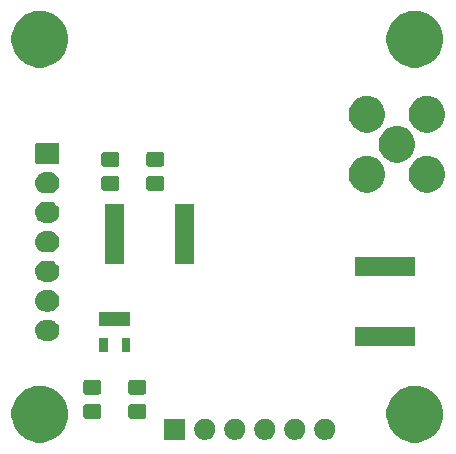
<source format=gbs>
G04 #@! TF.GenerationSoftware,KiCad,Pcbnew,(5.1.5)-3*
G04 #@! TF.CreationDate,2020-05-23T11:28:44-04:00*
G04 #@! TF.ProjectId,telemetry_breakout,74656c65-6d65-4747-9279-5f627265616b,rev?*
G04 #@! TF.SameCoordinates,Original*
G04 #@! TF.FileFunction,Soldermask,Bot*
G04 #@! TF.FilePolarity,Negative*
%FSLAX46Y46*%
G04 Gerber Fmt 4.6, Leading zero omitted, Abs format (unit mm)*
G04 Created by KiCad (PCBNEW (5.1.5)-3) date 2020-05-23 11:28:44*
%MOMM*%
%LPD*%
G04 APERTURE LIST*
%ADD10C,0.100000*%
G04 APERTURE END LIST*
D10*
G36*
X224623412Y-110675134D02*
G01*
X224855346Y-110721269D01*
X225292300Y-110902262D01*
X225685548Y-111165022D01*
X226019978Y-111499452D01*
X226282738Y-111892700D01*
X226463731Y-112329654D01*
X226483924Y-112431173D01*
X226556000Y-112793521D01*
X226556000Y-113266479D01*
X226543110Y-113331282D01*
X226463731Y-113730346D01*
X226282738Y-114167300D01*
X226019978Y-114560548D01*
X225685548Y-114894978D01*
X225292300Y-115157738D01*
X224855346Y-115338731D01*
X224623412Y-115384866D01*
X224391479Y-115431000D01*
X223918521Y-115431000D01*
X223686588Y-115384866D01*
X223454654Y-115338731D01*
X223017700Y-115157738D01*
X222624452Y-114894978D01*
X222290022Y-114560548D01*
X222027262Y-114167300D01*
X221846269Y-113730346D01*
X221766890Y-113331282D01*
X221754000Y-113266479D01*
X221754000Y-112793521D01*
X221826076Y-112431173D01*
X221846269Y-112329654D01*
X222027262Y-111892700D01*
X222290022Y-111499452D01*
X222624452Y-111165022D01*
X223017700Y-110902262D01*
X223454654Y-110721269D01*
X223686588Y-110675134D01*
X223918521Y-110629000D01*
X224391479Y-110629000D01*
X224623412Y-110675134D01*
G37*
G36*
X192873412Y-110675134D02*
G01*
X193105346Y-110721269D01*
X193542300Y-110902262D01*
X193935548Y-111165022D01*
X194269978Y-111499452D01*
X194532738Y-111892700D01*
X194713731Y-112329654D01*
X194733924Y-112431173D01*
X194806000Y-112793521D01*
X194806000Y-113266479D01*
X194793110Y-113331282D01*
X194713731Y-113730346D01*
X194532738Y-114167300D01*
X194269978Y-114560548D01*
X193935548Y-114894978D01*
X193542300Y-115157738D01*
X193105346Y-115338731D01*
X192873412Y-115384866D01*
X192641479Y-115431000D01*
X192168521Y-115431000D01*
X191936588Y-115384866D01*
X191704654Y-115338731D01*
X191267700Y-115157738D01*
X190874452Y-114894978D01*
X190540022Y-114560548D01*
X190277262Y-114167300D01*
X190096269Y-113730346D01*
X190016890Y-113331282D01*
X190004000Y-113266479D01*
X190004000Y-112793521D01*
X190076076Y-112431173D01*
X190096269Y-112329654D01*
X190277262Y-111892700D01*
X190540022Y-111499452D01*
X190874452Y-111165022D01*
X191267700Y-110902262D01*
X191704654Y-110721269D01*
X191936588Y-110675134D01*
X192168521Y-110629000D01*
X192641479Y-110629000D01*
X192873412Y-110675134D01*
G37*
G36*
X216648512Y-113403927D02*
G01*
X216797812Y-113433624D01*
X216961784Y-113501544D01*
X217109354Y-113600147D01*
X217234853Y-113725646D01*
X217333456Y-113873216D01*
X217401376Y-114037188D01*
X217436000Y-114211259D01*
X217436000Y-114388741D01*
X217401376Y-114562812D01*
X217333456Y-114726784D01*
X217234853Y-114874354D01*
X217109354Y-114999853D01*
X216961784Y-115098456D01*
X216797812Y-115166376D01*
X216648512Y-115196073D01*
X216623742Y-115201000D01*
X216446258Y-115201000D01*
X216421488Y-115196073D01*
X216272188Y-115166376D01*
X216108216Y-115098456D01*
X215960646Y-114999853D01*
X215835147Y-114874354D01*
X215736544Y-114726784D01*
X215668624Y-114562812D01*
X215634000Y-114388741D01*
X215634000Y-114211259D01*
X215668624Y-114037188D01*
X215736544Y-113873216D01*
X215835147Y-113725646D01*
X215960646Y-113600147D01*
X216108216Y-113501544D01*
X216272188Y-113433624D01*
X216421488Y-113403927D01*
X216446258Y-113399000D01*
X216623742Y-113399000D01*
X216648512Y-113403927D01*
G37*
G36*
X214108512Y-113403927D02*
G01*
X214257812Y-113433624D01*
X214421784Y-113501544D01*
X214569354Y-113600147D01*
X214694853Y-113725646D01*
X214793456Y-113873216D01*
X214861376Y-114037188D01*
X214896000Y-114211259D01*
X214896000Y-114388741D01*
X214861376Y-114562812D01*
X214793456Y-114726784D01*
X214694853Y-114874354D01*
X214569354Y-114999853D01*
X214421784Y-115098456D01*
X214257812Y-115166376D01*
X214108512Y-115196073D01*
X214083742Y-115201000D01*
X213906258Y-115201000D01*
X213881488Y-115196073D01*
X213732188Y-115166376D01*
X213568216Y-115098456D01*
X213420646Y-114999853D01*
X213295147Y-114874354D01*
X213196544Y-114726784D01*
X213128624Y-114562812D01*
X213094000Y-114388741D01*
X213094000Y-114211259D01*
X213128624Y-114037188D01*
X213196544Y-113873216D01*
X213295147Y-113725646D01*
X213420646Y-113600147D01*
X213568216Y-113501544D01*
X213732188Y-113433624D01*
X213881488Y-113403927D01*
X213906258Y-113399000D01*
X214083742Y-113399000D01*
X214108512Y-113403927D01*
G37*
G36*
X211568512Y-113403927D02*
G01*
X211717812Y-113433624D01*
X211881784Y-113501544D01*
X212029354Y-113600147D01*
X212154853Y-113725646D01*
X212253456Y-113873216D01*
X212321376Y-114037188D01*
X212356000Y-114211259D01*
X212356000Y-114388741D01*
X212321376Y-114562812D01*
X212253456Y-114726784D01*
X212154853Y-114874354D01*
X212029354Y-114999853D01*
X211881784Y-115098456D01*
X211717812Y-115166376D01*
X211568512Y-115196073D01*
X211543742Y-115201000D01*
X211366258Y-115201000D01*
X211341488Y-115196073D01*
X211192188Y-115166376D01*
X211028216Y-115098456D01*
X210880646Y-114999853D01*
X210755147Y-114874354D01*
X210656544Y-114726784D01*
X210588624Y-114562812D01*
X210554000Y-114388741D01*
X210554000Y-114211259D01*
X210588624Y-114037188D01*
X210656544Y-113873216D01*
X210755147Y-113725646D01*
X210880646Y-113600147D01*
X211028216Y-113501544D01*
X211192188Y-113433624D01*
X211341488Y-113403927D01*
X211366258Y-113399000D01*
X211543742Y-113399000D01*
X211568512Y-113403927D01*
G37*
G36*
X206488512Y-113403927D02*
G01*
X206637812Y-113433624D01*
X206801784Y-113501544D01*
X206949354Y-113600147D01*
X207074853Y-113725646D01*
X207173456Y-113873216D01*
X207241376Y-114037188D01*
X207276000Y-114211259D01*
X207276000Y-114388741D01*
X207241376Y-114562812D01*
X207173456Y-114726784D01*
X207074853Y-114874354D01*
X206949354Y-114999853D01*
X206801784Y-115098456D01*
X206637812Y-115166376D01*
X206488512Y-115196073D01*
X206463742Y-115201000D01*
X206286258Y-115201000D01*
X206261488Y-115196073D01*
X206112188Y-115166376D01*
X205948216Y-115098456D01*
X205800646Y-114999853D01*
X205675147Y-114874354D01*
X205576544Y-114726784D01*
X205508624Y-114562812D01*
X205474000Y-114388741D01*
X205474000Y-114211259D01*
X205508624Y-114037188D01*
X205576544Y-113873216D01*
X205675147Y-113725646D01*
X205800646Y-113600147D01*
X205948216Y-113501544D01*
X206112188Y-113433624D01*
X206261488Y-113403927D01*
X206286258Y-113399000D01*
X206463742Y-113399000D01*
X206488512Y-113403927D01*
G37*
G36*
X204736000Y-115201000D02*
G01*
X202934000Y-115201000D01*
X202934000Y-113399000D01*
X204736000Y-113399000D01*
X204736000Y-115201000D01*
G37*
G36*
X209028512Y-113403927D02*
G01*
X209177812Y-113433624D01*
X209341784Y-113501544D01*
X209489354Y-113600147D01*
X209614853Y-113725646D01*
X209713456Y-113873216D01*
X209781376Y-114037188D01*
X209816000Y-114211259D01*
X209816000Y-114388741D01*
X209781376Y-114562812D01*
X209713456Y-114726784D01*
X209614853Y-114874354D01*
X209489354Y-114999853D01*
X209341784Y-115098456D01*
X209177812Y-115166376D01*
X209028512Y-115196073D01*
X209003742Y-115201000D01*
X208826258Y-115201000D01*
X208801488Y-115196073D01*
X208652188Y-115166376D01*
X208488216Y-115098456D01*
X208340646Y-114999853D01*
X208215147Y-114874354D01*
X208116544Y-114726784D01*
X208048624Y-114562812D01*
X208014000Y-114388741D01*
X208014000Y-114211259D01*
X208048624Y-114037188D01*
X208116544Y-113873216D01*
X208215147Y-113725646D01*
X208340646Y-113600147D01*
X208488216Y-113501544D01*
X208652188Y-113433624D01*
X208801488Y-113403927D01*
X208826258Y-113399000D01*
X209003742Y-113399000D01*
X209028512Y-113403927D01*
G37*
G36*
X197438674Y-112163465D02*
G01*
X197476367Y-112174899D01*
X197511103Y-112193466D01*
X197541548Y-112218452D01*
X197566534Y-112248897D01*
X197585101Y-112283633D01*
X197596535Y-112321326D01*
X197601000Y-112366661D01*
X197601000Y-113203339D01*
X197596535Y-113248674D01*
X197585101Y-113286367D01*
X197566534Y-113321103D01*
X197541548Y-113351548D01*
X197511103Y-113376534D01*
X197476367Y-113395101D01*
X197438674Y-113406535D01*
X197393339Y-113411000D01*
X196306661Y-113411000D01*
X196261326Y-113406535D01*
X196223633Y-113395101D01*
X196188897Y-113376534D01*
X196158452Y-113351548D01*
X196133466Y-113321103D01*
X196114899Y-113286367D01*
X196103465Y-113248674D01*
X196099000Y-113203339D01*
X196099000Y-112366661D01*
X196103465Y-112321326D01*
X196114899Y-112283633D01*
X196133466Y-112248897D01*
X196158452Y-112218452D01*
X196188897Y-112193466D01*
X196223633Y-112174899D01*
X196261326Y-112163465D01*
X196306661Y-112159000D01*
X197393339Y-112159000D01*
X197438674Y-112163465D01*
G37*
G36*
X201248674Y-112163465D02*
G01*
X201286367Y-112174899D01*
X201321103Y-112193466D01*
X201351548Y-112218452D01*
X201376534Y-112248897D01*
X201395101Y-112283633D01*
X201406535Y-112321326D01*
X201411000Y-112366661D01*
X201411000Y-113203339D01*
X201406535Y-113248674D01*
X201395101Y-113286367D01*
X201376534Y-113321103D01*
X201351548Y-113351548D01*
X201321103Y-113376534D01*
X201286367Y-113395101D01*
X201248674Y-113406535D01*
X201203339Y-113411000D01*
X200116661Y-113411000D01*
X200071326Y-113406535D01*
X200033633Y-113395101D01*
X199998897Y-113376534D01*
X199968452Y-113351548D01*
X199943466Y-113321103D01*
X199924899Y-113286367D01*
X199913465Y-113248674D01*
X199909000Y-113203339D01*
X199909000Y-112366661D01*
X199913465Y-112321326D01*
X199924899Y-112283633D01*
X199943466Y-112248897D01*
X199968452Y-112218452D01*
X199998897Y-112193466D01*
X200033633Y-112174899D01*
X200071326Y-112163465D01*
X200116661Y-112159000D01*
X201203339Y-112159000D01*
X201248674Y-112163465D01*
G37*
G36*
X201248674Y-110113465D02*
G01*
X201286367Y-110124899D01*
X201321103Y-110143466D01*
X201351548Y-110168452D01*
X201376534Y-110198897D01*
X201395101Y-110233633D01*
X201406535Y-110271326D01*
X201411000Y-110316661D01*
X201411000Y-111153339D01*
X201406535Y-111198674D01*
X201395101Y-111236367D01*
X201376534Y-111271103D01*
X201351548Y-111301548D01*
X201321103Y-111326534D01*
X201286367Y-111345101D01*
X201248674Y-111356535D01*
X201203339Y-111361000D01*
X200116661Y-111361000D01*
X200071326Y-111356535D01*
X200033633Y-111345101D01*
X199998897Y-111326534D01*
X199968452Y-111301548D01*
X199943466Y-111271103D01*
X199924899Y-111236367D01*
X199913465Y-111198674D01*
X199909000Y-111153339D01*
X199909000Y-110316661D01*
X199913465Y-110271326D01*
X199924899Y-110233633D01*
X199943466Y-110198897D01*
X199968452Y-110168452D01*
X199998897Y-110143466D01*
X200033633Y-110124899D01*
X200071326Y-110113465D01*
X200116661Y-110109000D01*
X201203339Y-110109000D01*
X201248674Y-110113465D01*
G37*
G36*
X197438674Y-110113465D02*
G01*
X197476367Y-110124899D01*
X197511103Y-110143466D01*
X197541548Y-110168452D01*
X197566534Y-110198897D01*
X197585101Y-110233633D01*
X197596535Y-110271326D01*
X197601000Y-110316661D01*
X197601000Y-111153339D01*
X197596535Y-111198674D01*
X197585101Y-111236367D01*
X197566534Y-111271103D01*
X197541548Y-111301548D01*
X197511103Y-111326534D01*
X197476367Y-111345101D01*
X197438674Y-111356535D01*
X197393339Y-111361000D01*
X196306661Y-111361000D01*
X196261326Y-111356535D01*
X196223633Y-111345101D01*
X196188897Y-111326534D01*
X196158452Y-111301548D01*
X196133466Y-111271103D01*
X196114899Y-111236367D01*
X196103465Y-111198674D01*
X196099000Y-111153339D01*
X196099000Y-110316661D01*
X196103465Y-110271326D01*
X196114899Y-110233633D01*
X196133466Y-110198897D01*
X196158452Y-110168452D01*
X196188897Y-110143466D01*
X196223633Y-110124899D01*
X196261326Y-110113465D01*
X196306661Y-110109000D01*
X197393339Y-110109000D01*
X197438674Y-110113465D01*
G37*
G36*
X200081000Y-107726000D02*
G01*
X199329000Y-107726000D01*
X199329000Y-106564000D01*
X200081000Y-106564000D01*
X200081000Y-107726000D01*
G37*
G36*
X198181000Y-107726000D02*
G01*
X197429000Y-107726000D01*
X197429000Y-106564000D01*
X198181000Y-106564000D01*
X198181000Y-107726000D01*
G37*
G36*
X224166000Y-107256000D02*
G01*
X219064000Y-107256000D01*
X219064000Y-105654000D01*
X224166000Y-105654000D01*
X224166000Y-107256000D01*
G37*
G36*
X193275443Y-105037519D02*
G01*
X193341627Y-105044037D01*
X193511466Y-105095557D01*
X193667991Y-105179222D01*
X193703729Y-105208552D01*
X193805186Y-105291814D01*
X193888448Y-105393271D01*
X193917778Y-105429009D01*
X194001443Y-105585534D01*
X194052963Y-105755373D01*
X194070359Y-105932000D01*
X194052963Y-106108627D01*
X194001443Y-106278466D01*
X193917778Y-106434991D01*
X193888448Y-106470729D01*
X193805186Y-106572186D01*
X193703729Y-106655448D01*
X193667991Y-106684778D01*
X193511466Y-106768443D01*
X193341627Y-106819963D01*
X193275443Y-106826481D01*
X193209260Y-106833000D01*
X192870740Y-106833000D01*
X192804557Y-106826481D01*
X192738373Y-106819963D01*
X192568534Y-106768443D01*
X192412009Y-106684778D01*
X192376271Y-106655448D01*
X192274814Y-106572186D01*
X192191552Y-106470729D01*
X192162222Y-106434991D01*
X192078557Y-106278466D01*
X192027037Y-106108627D01*
X192009641Y-105932000D01*
X192027037Y-105755373D01*
X192078557Y-105585534D01*
X192162222Y-105429009D01*
X192191552Y-105393271D01*
X192274814Y-105291814D01*
X192376271Y-105208552D01*
X192412009Y-105179222D01*
X192568534Y-105095557D01*
X192738373Y-105044037D01*
X192804558Y-105037518D01*
X192870740Y-105031000D01*
X193209260Y-105031000D01*
X193275443Y-105037519D01*
G37*
G36*
X200081000Y-105526000D02*
G01*
X197429000Y-105526000D01*
X197429000Y-104364000D01*
X200081000Y-104364000D01*
X200081000Y-105526000D01*
G37*
G36*
X193275443Y-102537519D02*
G01*
X193341627Y-102544037D01*
X193511466Y-102595557D01*
X193667991Y-102679222D01*
X193703729Y-102708552D01*
X193805186Y-102791814D01*
X193888448Y-102893271D01*
X193917778Y-102929009D01*
X194001443Y-103085534D01*
X194052963Y-103255373D01*
X194070359Y-103432000D01*
X194052963Y-103608627D01*
X194001443Y-103778466D01*
X193917778Y-103934991D01*
X193888448Y-103970729D01*
X193805186Y-104072186D01*
X193703729Y-104155448D01*
X193667991Y-104184778D01*
X193511466Y-104268443D01*
X193341627Y-104319963D01*
X193275443Y-104326481D01*
X193209260Y-104333000D01*
X192870740Y-104333000D01*
X192804558Y-104326482D01*
X192738373Y-104319963D01*
X192568534Y-104268443D01*
X192412009Y-104184778D01*
X192376271Y-104155448D01*
X192274814Y-104072186D01*
X192191552Y-103970729D01*
X192162222Y-103934991D01*
X192078557Y-103778466D01*
X192027037Y-103608627D01*
X192009641Y-103432000D01*
X192027037Y-103255373D01*
X192078557Y-103085534D01*
X192162222Y-102929009D01*
X192191552Y-102893271D01*
X192274814Y-102791814D01*
X192376271Y-102708552D01*
X192412009Y-102679222D01*
X192568534Y-102595557D01*
X192738373Y-102544037D01*
X192804557Y-102537519D01*
X192870740Y-102531000D01*
X193209260Y-102531000D01*
X193275443Y-102537519D01*
G37*
G36*
X193275443Y-100037519D02*
G01*
X193341627Y-100044037D01*
X193511466Y-100095557D01*
X193667991Y-100179222D01*
X193703729Y-100208552D01*
X193805186Y-100291814D01*
X193888448Y-100393271D01*
X193917778Y-100429009D01*
X194001443Y-100585534D01*
X194052963Y-100755373D01*
X194070359Y-100932000D01*
X194052963Y-101108627D01*
X194001443Y-101278466D01*
X193917778Y-101434991D01*
X193888448Y-101470729D01*
X193805186Y-101572186D01*
X193703729Y-101655448D01*
X193667991Y-101684778D01*
X193511466Y-101768443D01*
X193341627Y-101819963D01*
X193275443Y-101826481D01*
X193209260Y-101833000D01*
X192870740Y-101833000D01*
X192804558Y-101826482D01*
X192738373Y-101819963D01*
X192568534Y-101768443D01*
X192412009Y-101684778D01*
X192376271Y-101655448D01*
X192274814Y-101572186D01*
X192191552Y-101470729D01*
X192162222Y-101434991D01*
X192078557Y-101278466D01*
X192027037Y-101108627D01*
X192009641Y-100932000D01*
X192027037Y-100755373D01*
X192078557Y-100585534D01*
X192162222Y-100429009D01*
X192191552Y-100393271D01*
X192274814Y-100291814D01*
X192376271Y-100208552D01*
X192412009Y-100179222D01*
X192568534Y-100095557D01*
X192738373Y-100044037D01*
X192804557Y-100037519D01*
X192870740Y-100031000D01*
X193209260Y-100031000D01*
X193275443Y-100037519D01*
G37*
G36*
X224166000Y-101356000D02*
G01*
X219064000Y-101356000D01*
X219064000Y-99754000D01*
X224166000Y-99754000D01*
X224166000Y-101356000D01*
G37*
G36*
X205427000Y-100341000D02*
G01*
X203825000Y-100341000D01*
X203825000Y-95239000D01*
X205427000Y-95239000D01*
X205427000Y-100341000D01*
G37*
G36*
X199527000Y-100341000D02*
G01*
X197925000Y-100341000D01*
X197925000Y-95239000D01*
X199527000Y-95239000D01*
X199527000Y-100341000D01*
G37*
G36*
X193275443Y-97537519D02*
G01*
X193341627Y-97544037D01*
X193511466Y-97595557D01*
X193667991Y-97679222D01*
X193703729Y-97708552D01*
X193805186Y-97791814D01*
X193888448Y-97893271D01*
X193917778Y-97929009D01*
X194001443Y-98085534D01*
X194052963Y-98255373D01*
X194070359Y-98432000D01*
X194052963Y-98608627D01*
X194001443Y-98778466D01*
X193917778Y-98934991D01*
X193888448Y-98970729D01*
X193805186Y-99072186D01*
X193703729Y-99155448D01*
X193667991Y-99184778D01*
X193511466Y-99268443D01*
X193341627Y-99319963D01*
X193275443Y-99326481D01*
X193209260Y-99333000D01*
X192870740Y-99333000D01*
X192804557Y-99326481D01*
X192738373Y-99319963D01*
X192568534Y-99268443D01*
X192412009Y-99184778D01*
X192376271Y-99155448D01*
X192274814Y-99072186D01*
X192191552Y-98970729D01*
X192162222Y-98934991D01*
X192078557Y-98778466D01*
X192027037Y-98608627D01*
X192009641Y-98432000D01*
X192027037Y-98255373D01*
X192078557Y-98085534D01*
X192162222Y-97929009D01*
X192191552Y-97893271D01*
X192274814Y-97791814D01*
X192376271Y-97708552D01*
X192412009Y-97679222D01*
X192568534Y-97595557D01*
X192738373Y-97544037D01*
X192804557Y-97537519D01*
X192870740Y-97531000D01*
X193209260Y-97531000D01*
X193275443Y-97537519D01*
G37*
G36*
X193275443Y-95037519D02*
G01*
X193341627Y-95044037D01*
X193511466Y-95095557D01*
X193667991Y-95179222D01*
X193703729Y-95208552D01*
X193805186Y-95291814D01*
X193888448Y-95393271D01*
X193917778Y-95429009D01*
X194001443Y-95585534D01*
X194052963Y-95755373D01*
X194070359Y-95932000D01*
X194052963Y-96108627D01*
X194001443Y-96278466D01*
X193917778Y-96434991D01*
X193888448Y-96470729D01*
X193805186Y-96572186D01*
X193703729Y-96655448D01*
X193667991Y-96684778D01*
X193511466Y-96768443D01*
X193341627Y-96819963D01*
X193275442Y-96826482D01*
X193209260Y-96833000D01*
X192870740Y-96833000D01*
X192804558Y-96826482D01*
X192738373Y-96819963D01*
X192568534Y-96768443D01*
X192412009Y-96684778D01*
X192376271Y-96655448D01*
X192274814Y-96572186D01*
X192191552Y-96470729D01*
X192162222Y-96434991D01*
X192078557Y-96278466D01*
X192027037Y-96108627D01*
X192009641Y-95932000D01*
X192027037Y-95755373D01*
X192078557Y-95585534D01*
X192162222Y-95429009D01*
X192191552Y-95393271D01*
X192274814Y-95291814D01*
X192376271Y-95208552D01*
X192412009Y-95179222D01*
X192568534Y-95095557D01*
X192738373Y-95044037D01*
X192804557Y-95037519D01*
X192870740Y-95031000D01*
X193209260Y-95031000D01*
X193275443Y-95037519D01*
G37*
G36*
X193275443Y-92537519D02*
G01*
X193341627Y-92544037D01*
X193511466Y-92595557D01*
X193667991Y-92679222D01*
X193703729Y-92708552D01*
X193805186Y-92791814D01*
X193870088Y-92870899D01*
X193917778Y-92929009D01*
X194001443Y-93085534D01*
X194052963Y-93255373D01*
X194070359Y-93432000D01*
X194052963Y-93608627D01*
X194001443Y-93778466D01*
X193917778Y-93934991D01*
X193902445Y-93953674D01*
X193805186Y-94072186D01*
X193703729Y-94155448D01*
X193667991Y-94184778D01*
X193511466Y-94268443D01*
X193341627Y-94319963D01*
X193275442Y-94326482D01*
X193209260Y-94333000D01*
X192870740Y-94333000D01*
X192804557Y-94326481D01*
X192738373Y-94319963D01*
X192568534Y-94268443D01*
X192412009Y-94184778D01*
X192376271Y-94155448D01*
X192274814Y-94072186D01*
X192177555Y-93953674D01*
X192162222Y-93934991D01*
X192078557Y-93778466D01*
X192027037Y-93608627D01*
X192009641Y-93432000D01*
X192027037Y-93255373D01*
X192078557Y-93085534D01*
X192162222Y-92929009D01*
X192209912Y-92870899D01*
X192274814Y-92791814D01*
X192376271Y-92708552D01*
X192412009Y-92679222D01*
X192568534Y-92595557D01*
X192738373Y-92544037D01*
X192804557Y-92537519D01*
X192870740Y-92531000D01*
X193209260Y-92531000D01*
X193275443Y-92537519D01*
G37*
G36*
X225473585Y-91188802D02*
G01*
X225623410Y-91218604D01*
X225905674Y-91335521D01*
X226159705Y-91505259D01*
X226375741Y-91721295D01*
X226545479Y-91975326D01*
X226583037Y-92066000D01*
X226662396Y-92257591D01*
X226722000Y-92557239D01*
X226722000Y-92862761D01*
X226705662Y-92944897D01*
X226662396Y-93162410D01*
X226545479Y-93444674D01*
X226375741Y-93698705D01*
X226159705Y-93914741D01*
X225905674Y-94084479D01*
X225623410Y-94201396D01*
X225473585Y-94231198D01*
X225323761Y-94261000D01*
X225018239Y-94261000D01*
X224868415Y-94231198D01*
X224718590Y-94201396D01*
X224436326Y-94084479D01*
X224182295Y-93914741D01*
X223966259Y-93698705D01*
X223796521Y-93444674D01*
X223679604Y-93162410D01*
X223636338Y-92944897D01*
X223620000Y-92862761D01*
X223620000Y-92557239D01*
X223679604Y-92257591D01*
X223758963Y-92066000D01*
X223796521Y-91975326D01*
X223966259Y-91721295D01*
X224182295Y-91505259D01*
X224436326Y-91335521D01*
X224718590Y-91218604D01*
X224868415Y-91188802D01*
X225018239Y-91159000D01*
X225323761Y-91159000D01*
X225473585Y-91188802D01*
G37*
G36*
X220393585Y-91188802D02*
G01*
X220543410Y-91218604D01*
X220825674Y-91335521D01*
X221079705Y-91505259D01*
X221295741Y-91721295D01*
X221465479Y-91975326D01*
X221503037Y-92066000D01*
X221582396Y-92257591D01*
X221642000Y-92557239D01*
X221642000Y-92862761D01*
X221625662Y-92944897D01*
X221582396Y-93162410D01*
X221465479Y-93444674D01*
X221295741Y-93698705D01*
X221079705Y-93914741D01*
X220825674Y-94084479D01*
X220543410Y-94201396D01*
X220393585Y-94231198D01*
X220243761Y-94261000D01*
X219938239Y-94261000D01*
X219788415Y-94231198D01*
X219638590Y-94201396D01*
X219356326Y-94084479D01*
X219102295Y-93914741D01*
X218886259Y-93698705D01*
X218716521Y-93444674D01*
X218599604Y-93162410D01*
X218556338Y-92944897D01*
X218540000Y-92862761D01*
X218540000Y-92557239D01*
X218599604Y-92257591D01*
X218678963Y-92066000D01*
X218716521Y-91975326D01*
X218886259Y-91721295D01*
X219102295Y-91505259D01*
X219356326Y-91335521D01*
X219638590Y-91218604D01*
X219788415Y-91188802D01*
X219938239Y-91159000D01*
X220243761Y-91159000D01*
X220393585Y-91188802D01*
G37*
G36*
X198962674Y-92868465D02*
G01*
X199000367Y-92879899D01*
X199035103Y-92898466D01*
X199065548Y-92923452D01*
X199090534Y-92953897D01*
X199109101Y-92988633D01*
X199120535Y-93026326D01*
X199125000Y-93071661D01*
X199125000Y-93908339D01*
X199120535Y-93953674D01*
X199109101Y-93991367D01*
X199090534Y-94026103D01*
X199065548Y-94056548D01*
X199035103Y-94081534D01*
X199000367Y-94100101D01*
X198962674Y-94111535D01*
X198917339Y-94116000D01*
X197830661Y-94116000D01*
X197785326Y-94111535D01*
X197747633Y-94100101D01*
X197712897Y-94081534D01*
X197682452Y-94056548D01*
X197657466Y-94026103D01*
X197638899Y-93991367D01*
X197627465Y-93953674D01*
X197623000Y-93908339D01*
X197623000Y-93071661D01*
X197627465Y-93026326D01*
X197638899Y-92988633D01*
X197657466Y-92953897D01*
X197682452Y-92923452D01*
X197712897Y-92898466D01*
X197747633Y-92879899D01*
X197785326Y-92868465D01*
X197830661Y-92864000D01*
X198917339Y-92864000D01*
X198962674Y-92868465D01*
G37*
G36*
X202772674Y-92859465D02*
G01*
X202810367Y-92870899D01*
X202845103Y-92889466D01*
X202875548Y-92914452D01*
X202900534Y-92944897D01*
X202919101Y-92979633D01*
X202930535Y-93017326D01*
X202935000Y-93062661D01*
X202935000Y-93899339D01*
X202930535Y-93944674D01*
X202919101Y-93982367D01*
X202900534Y-94017103D01*
X202875548Y-94047548D01*
X202845103Y-94072534D01*
X202810367Y-94091101D01*
X202772674Y-94102535D01*
X202727339Y-94107000D01*
X201640661Y-94107000D01*
X201595326Y-94102535D01*
X201557633Y-94091101D01*
X201522897Y-94072534D01*
X201492452Y-94047548D01*
X201467466Y-94017103D01*
X201448899Y-93982367D01*
X201437465Y-93944674D01*
X201433000Y-93899339D01*
X201433000Y-93062661D01*
X201437465Y-93017326D01*
X201448899Y-92979633D01*
X201467466Y-92944897D01*
X201492452Y-92914452D01*
X201522897Y-92889466D01*
X201557633Y-92870899D01*
X201595326Y-92859465D01*
X201640661Y-92855000D01*
X202727339Y-92855000D01*
X202772674Y-92859465D01*
G37*
G36*
X198962674Y-90818465D02*
G01*
X199000367Y-90829899D01*
X199035103Y-90848466D01*
X199065548Y-90873452D01*
X199090534Y-90903897D01*
X199109101Y-90938633D01*
X199120535Y-90976326D01*
X199125000Y-91021661D01*
X199125000Y-91858339D01*
X199120535Y-91903674D01*
X199109101Y-91941367D01*
X199090534Y-91976103D01*
X199065548Y-92006548D01*
X199035103Y-92031534D01*
X199000367Y-92050101D01*
X198962674Y-92061535D01*
X198917339Y-92066000D01*
X197830661Y-92066000D01*
X197785326Y-92061535D01*
X197747633Y-92050101D01*
X197712897Y-92031534D01*
X197682452Y-92006548D01*
X197657466Y-91976103D01*
X197638899Y-91941367D01*
X197627465Y-91903674D01*
X197623000Y-91858339D01*
X197623000Y-91021661D01*
X197627465Y-90976326D01*
X197638899Y-90938633D01*
X197657466Y-90903897D01*
X197682452Y-90873452D01*
X197712897Y-90848466D01*
X197747633Y-90829899D01*
X197785326Y-90818465D01*
X197830661Y-90814000D01*
X198917339Y-90814000D01*
X198962674Y-90818465D01*
G37*
G36*
X202772674Y-90809465D02*
G01*
X202810367Y-90820899D01*
X202845103Y-90839466D01*
X202875548Y-90864452D01*
X202900534Y-90894897D01*
X202919101Y-90929633D01*
X202930535Y-90967326D01*
X202935000Y-91012661D01*
X202935000Y-91849339D01*
X202930535Y-91894674D01*
X202919101Y-91932367D01*
X202900534Y-91967103D01*
X202875548Y-91997548D01*
X202845103Y-92022534D01*
X202810367Y-92041101D01*
X202772674Y-92052535D01*
X202727339Y-92057000D01*
X201640661Y-92057000D01*
X201595326Y-92052535D01*
X201557633Y-92041101D01*
X201522897Y-92022534D01*
X201492452Y-91997548D01*
X201467466Y-91967103D01*
X201448899Y-91932367D01*
X201437465Y-91894674D01*
X201433000Y-91849339D01*
X201433000Y-91012661D01*
X201437465Y-90967326D01*
X201448899Y-90929633D01*
X201467466Y-90894897D01*
X201492452Y-90864452D01*
X201522897Y-90839466D01*
X201557633Y-90820899D01*
X201595326Y-90809465D01*
X201640661Y-90805000D01*
X202727339Y-90805000D01*
X202772674Y-90809465D01*
G37*
G36*
X193923600Y-90034989D02*
G01*
X193956652Y-90045015D01*
X193987103Y-90061292D01*
X194013799Y-90083201D01*
X194035708Y-90109897D01*
X194051985Y-90140348D01*
X194062011Y-90173400D01*
X194066000Y-90213903D01*
X194066000Y-91650097D01*
X194062011Y-91690600D01*
X194051985Y-91723652D01*
X194035708Y-91754103D01*
X194013799Y-91780799D01*
X193987103Y-91802708D01*
X193956652Y-91818985D01*
X193923600Y-91829011D01*
X193883097Y-91833000D01*
X192196903Y-91833000D01*
X192156400Y-91829011D01*
X192123348Y-91818985D01*
X192092897Y-91802708D01*
X192066201Y-91780799D01*
X192044292Y-91754103D01*
X192028015Y-91723652D01*
X192017989Y-91690600D01*
X192014000Y-91650097D01*
X192014000Y-90213903D01*
X192017989Y-90173400D01*
X192028015Y-90140348D01*
X192044292Y-90109897D01*
X192066201Y-90083201D01*
X192092897Y-90061292D01*
X192123348Y-90045015D01*
X192156400Y-90034989D01*
X192196903Y-90031000D01*
X193883097Y-90031000D01*
X193923600Y-90034989D01*
G37*
G36*
X222892401Y-88640610D02*
G01*
X223083410Y-88678604D01*
X223365674Y-88795521D01*
X223619705Y-88965259D01*
X223835741Y-89181295D01*
X224005479Y-89435326D01*
X224122396Y-89717590D01*
X224182000Y-90017240D01*
X224182000Y-90322760D01*
X224122396Y-90622410D01*
X224005479Y-90904674D01*
X223835741Y-91158705D01*
X223619705Y-91374741D01*
X223365674Y-91544479D01*
X223083410Y-91661396D01*
X222936591Y-91690600D01*
X222783761Y-91721000D01*
X222478239Y-91721000D01*
X222325409Y-91690600D01*
X222178590Y-91661396D01*
X221896326Y-91544479D01*
X221642295Y-91374741D01*
X221426259Y-91158705D01*
X221256521Y-90904674D01*
X221139604Y-90622410D01*
X221080000Y-90322760D01*
X221080000Y-90017240D01*
X221139604Y-89717590D01*
X221256521Y-89435326D01*
X221426259Y-89181295D01*
X221642295Y-88965259D01*
X221896326Y-88795521D01*
X222178590Y-88678604D01*
X222369599Y-88640610D01*
X222478239Y-88619000D01*
X222783761Y-88619000D01*
X222892401Y-88640610D01*
G37*
G36*
X220393585Y-86108802D02*
G01*
X220543410Y-86138604D01*
X220825674Y-86255521D01*
X221079705Y-86425259D01*
X221295741Y-86641295D01*
X221465479Y-86895326D01*
X221582396Y-87177590D01*
X221642000Y-87477240D01*
X221642000Y-87782760D01*
X221582396Y-88082410D01*
X221465479Y-88364674D01*
X221295741Y-88618705D01*
X221079705Y-88834741D01*
X220825674Y-89004479D01*
X220543410Y-89121396D01*
X220393585Y-89151198D01*
X220243761Y-89181000D01*
X219938239Y-89181000D01*
X219788415Y-89151198D01*
X219638590Y-89121396D01*
X219356326Y-89004479D01*
X219102295Y-88834741D01*
X218886259Y-88618705D01*
X218716521Y-88364674D01*
X218599604Y-88082410D01*
X218540000Y-87782760D01*
X218540000Y-87477240D01*
X218599604Y-87177590D01*
X218716521Y-86895326D01*
X218886259Y-86641295D01*
X219102295Y-86425259D01*
X219356326Y-86255521D01*
X219638590Y-86138604D01*
X219788415Y-86108802D01*
X219938239Y-86079000D01*
X220243761Y-86079000D01*
X220393585Y-86108802D01*
G37*
G36*
X225473585Y-86108802D02*
G01*
X225623410Y-86138604D01*
X225905674Y-86255521D01*
X226159705Y-86425259D01*
X226375741Y-86641295D01*
X226545479Y-86895326D01*
X226662396Y-87177590D01*
X226722000Y-87477240D01*
X226722000Y-87782760D01*
X226662396Y-88082410D01*
X226545479Y-88364674D01*
X226375741Y-88618705D01*
X226159705Y-88834741D01*
X225905674Y-89004479D01*
X225623410Y-89121396D01*
X225473585Y-89151198D01*
X225323761Y-89181000D01*
X225018239Y-89181000D01*
X224868415Y-89151198D01*
X224718590Y-89121396D01*
X224436326Y-89004479D01*
X224182295Y-88834741D01*
X223966259Y-88618705D01*
X223796521Y-88364674D01*
X223679604Y-88082410D01*
X223620000Y-87782760D01*
X223620000Y-87477240D01*
X223679604Y-87177590D01*
X223796521Y-86895326D01*
X223966259Y-86641295D01*
X224182295Y-86425259D01*
X224436326Y-86255521D01*
X224718590Y-86138604D01*
X224868415Y-86108802D01*
X225018239Y-86079000D01*
X225323761Y-86079000D01*
X225473585Y-86108802D01*
G37*
G36*
X224623412Y-78925135D02*
G01*
X224855346Y-78971269D01*
X225292300Y-79152262D01*
X225685548Y-79415022D01*
X226019978Y-79749452D01*
X226282738Y-80142700D01*
X226463731Y-80579654D01*
X226556000Y-81043522D01*
X226556000Y-81516478D01*
X226463731Y-81980346D01*
X226282738Y-82417300D01*
X226019978Y-82810548D01*
X225685548Y-83144978D01*
X225292300Y-83407738D01*
X224855346Y-83588731D01*
X224623412Y-83634865D01*
X224391479Y-83681000D01*
X223918521Y-83681000D01*
X223686588Y-83634866D01*
X223454654Y-83588731D01*
X223017700Y-83407738D01*
X222624452Y-83144978D01*
X222290022Y-82810548D01*
X222027262Y-82417300D01*
X221846269Y-81980346D01*
X221754000Y-81516478D01*
X221754000Y-81043522D01*
X221846269Y-80579654D01*
X222027262Y-80142700D01*
X222290022Y-79749452D01*
X222624452Y-79415022D01*
X223017700Y-79152262D01*
X223454654Y-78971269D01*
X223686588Y-78925135D01*
X223918521Y-78879000D01*
X224391479Y-78879000D01*
X224623412Y-78925135D01*
G37*
G36*
X192873412Y-78925135D02*
G01*
X193105346Y-78971269D01*
X193542300Y-79152262D01*
X193935548Y-79415022D01*
X194269978Y-79749452D01*
X194532738Y-80142700D01*
X194713731Y-80579654D01*
X194806000Y-81043522D01*
X194806000Y-81516478D01*
X194713731Y-81980346D01*
X194532738Y-82417300D01*
X194269978Y-82810548D01*
X193935548Y-83144978D01*
X193542300Y-83407738D01*
X193105346Y-83588731D01*
X192873412Y-83634865D01*
X192641479Y-83681000D01*
X192168521Y-83681000D01*
X191936588Y-83634866D01*
X191704654Y-83588731D01*
X191267700Y-83407738D01*
X190874452Y-83144978D01*
X190540022Y-82810548D01*
X190277262Y-82417300D01*
X190096269Y-81980346D01*
X190004000Y-81516478D01*
X190004000Y-81043522D01*
X190096269Y-80579654D01*
X190277262Y-80142700D01*
X190540022Y-79749452D01*
X190874452Y-79415022D01*
X191267700Y-79152262D01*
X191704654Y-78971269D01*
X191936588Y-78925135D01*
X192168521Y-78879000D01*
X192641479Y-78879000D01*
X192873412Y-78925135D01*
G37*
M02*

</source>
